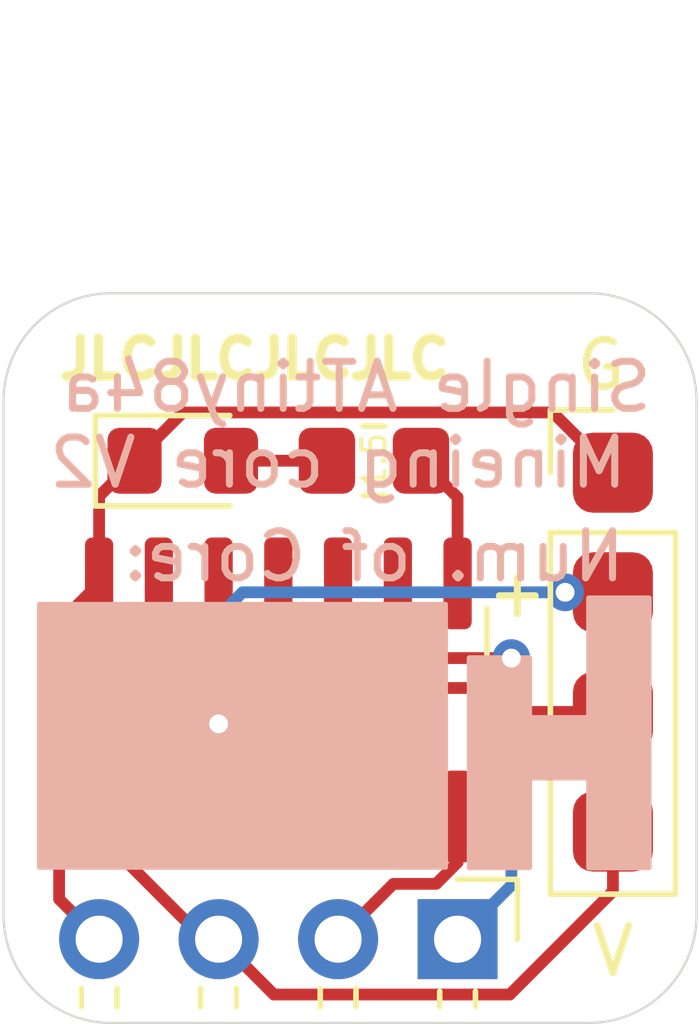
<source format=kicad_pcb>
(kicad_pcb (version 20211014) (generator pcbnew)
  (layers (0 "F.Cu" signal) (31 "B.Cu" signal) (34 "B.Paste" user) (35 "F.Paste" user) (36 "B.SilkS" user "B.Silkscreen") (37 "F.SilkS" user "F.Silkscreen") (38 "B.Mask" user) (39 "F.Mask" user) (44 "Edge.Cuts" user))
  (net 0 "")
  (net 1 "Net-(D1-Pad2)")
  (net 2 "GND")
  (net 3 "VCC")
  (net 4 "SDA")
  (net 5 "SCL")
  (net 6 "D-")
  (net 7 "D+")
  (net 8 "Net-(R1-Pad2)")
  (net 9 "Net-(U1-Pad13)")
  (net 10 "Net-(U1-Pad12)")
  (net 11 "Net-(U1-Pad11)")
  (net 12 "Net-(U1-Pad10)")
  (net 13 "Net-(U1-Pad6)")
  (net 14 "Net-(U1-Pad4)")
  (net 15 "Net-(U1-Pad5)")
  (footprint "Connector_PinHeader_2.54mm:PinHeader_1x04_P2.54mm_Horizontal" (layer "F.Cu") (at 108.4453 69.5706 -90)
    (fp_text reference "J1" hide)
    (fp_text value "Conn_To_PCB" hide)
    (fp_line (start 1.042929 4.7) (end 1.44 4.7) (layer "F.SilkS") (width 0.12))
    (fp_line (start 1.11 0.38) (end 1.44 0.38) (layer "F.SilkS") (width 0.12))
    (fp_line (start 1.042929 7.24) (end 1.44 7.24) (layer "F.SilkS") (width 0.12))
    (fp_line (start 1.042929 5.46) (end 1.44 5.46) (layer "F.SilkS") (width 0.12))
    (fp_line (start 1.042929 2.92) (end 1.44 2.92) (layer "F.SilkS") (width 0.12))
    (fp_line (start 1.042929 8) (end 1.44 8) (layer "F.SilkS") (width 0.12))
    (fp_line (start 1.042929 2.16) (end 1.44 2.16) (layer "F.SilkS") (width 0.12))
    (fp_line (start 1.11 -0.38) (end 1.44 -0.38) (layer "F.SilkS") (width 0.12))
    (fp_line (start -1.27 0) (end -1.27 -1.27) (layer "F.SilkS") (width 0.12))
    (fp_line (start -1.27 -1.27) (end 0 -1.27) (layer "F.SilkS") (width 0.12))
    (pad "1" thru_hole rect locked (at 0 0 270) (size 1.7 1.7) (drill 1) (layers *.Cu *.Mask) (net 5 "SCL"))
    (pad "2" thru_hole oval locked (at 0 2.54 270) (size 1.7 1.7) (drill 1) (layers *.Cu *.Mask) (net 4 "SDA"))
    (pad "3" thru_hole oval locked (at 0 5.08 270) (size 1.7 1.7) (drill 1) (layers *.Cu *.Mask) (net 3 "VCC"))
    (pad "4" thru_hole oval locked (at 0 7.62 270) (size 1.7 1.7) (drill 1) (layers *.Cu *.Mask) (net 2 "GND"))
  )
  (footprint "Package_SO:SOIC-14_3.9x8.7mm_P1.27mm" (layer "F.Cu") (at 104.6353 64.4906 90)
    (fp_text reference "U1" hide)
    (fp_text value "ATtiny84A-SSU")
    (fp_line (start 0 4.435) (end -1.95 4.435) (layer "F.SilkS") (width 0.12))
    (fp_line (start 0 -4.435) (end -3.45 -4.435) (layer "F.SilkS") (width 0.12))
    (fp_line (start 0 -4.435) (end 1.95 -4.435) (layer "F.SilkS") (width 0.12))
    (fp_line (start 0 4.435) (end 1.95 4.435) (layer "F.SilkS") (width 0.12))
    (pad "1" smd roundrect locked (at -2.475 -3.81 90) (size 1.95 0.6) (layers "F.Cu" "F.Paste" "F.Mask") (net 3 "VCC"))
    (pad "2" smd roundrect locked (at -2.475 -2.54 90) (size 1.95 0.6) (layers "F.Cu" "F.Paste" "F.Mask") (net 6 "D-"))
    (pad "3" smd roundrect locked (at -2.475 -1.27 90) (size 1.95 0.6) (layers "F.Cu" "F.Paste" "F.Mask") (net 7 "D+"))
    (pad "4" smd roundrect locked (at -2.475 0 90) (size 1.95 0.6) (layers "F.Cu" "F.Paste" "F.Mask") (net 14 "Net-(U1-Pad4)"))
    (pad "5" smd roundrect locked (at -2.475 1.27 90) (size 1.95 0.6) (layers "F.Cu" "F.Paste" "F.Mask") (net 15 "Net-(U1-Pad5)"))
    (pad "6" smd roundrect locked (at -2.475 2.54 90) (size 1.95 0.6) (layers "F.Cu" "F.Paste" "F.Mask") (net 13 "Net-(U1-Pad6)"))
    (pad "7" smd roundrect locked (at -2.475 3.81 90) (size 1.95 0.6) (layers "F.Cu" "F.Paste" "F.Mask") (net 4 "SDA"))
    (pad "8" smd roundrect locked (at 2.475 3.81 90) (size 1.95 0.6) (layers "F.Cu" "F.Paste" "F.Mask") (net 8 "Net-(R1-Pad2)"))
    (pad "9" smd roundrect locked (at 2.475 2.54 90) (size 1.95 0.6) (layers "F.Cu" "F.Paste" "F.Mask") (net 5 "SCL"))
    (pad "10" smd roundrect locked (at 2.475 1.27 90) (size 1.95 0.6) (layers "F.Cu" "F.Paste" "F.Mask") (net 12 "Net-(U1-Pad10)"))
    (pad "11" smd roundrect locked (at 2.475 0 90) (size 1.95 0.6) (layers "F.Cu" "F.Paste" "F.Mask") (net 11 "Net-(U1-Pad11)"))
    (pad "12" smd roundrect locked (at 2.475 -1.27 90) (size 1.95 0.6) (layers "F.Cu" "F.Paste" "F.Mask") (net 10 "Net-(U1-Pad12)"))
    (pad "13" smd roundrect locked (at 2.475 -2.54 90) (size 1.95 0.6) (layers "F.Cu" "F.Paste" "F.Mask") (net 9 "Net-(U1-Pad13)"))
    (pad "14" smd roundrect locked (at 2.475 -3.81 90) (size 1.95 0.6) (layers "F.Cu" "F.Paste" "F.Mask") (net 2 "GND"))
  )
  (footprint "LED_SMD:LED_0805_2012Metric_Pad1.15x1.40mm_HandSolder" (layer "F.Cu") (at 102.6033 59.4106)
    (fp_text reference "D1" hide)
    (fp_text value "LED")
    (fp_line (start -1.86 0.96) (end 1 0.96) (layer "F.SilkS") (width 0.12))
    (fp_line (start 1 -0.96) (end -1.86 -0.96) (layer "F.SilkS") (width 0.12))
    (fp_line (start -1.86 -0.96) (end -1.86 0.96) (layer "F.SilkS") (width 0.12))
    (pad "1" smd roundrect locked (at -1.025 0) (size 1.15 1.4) (layers "F.Cu" "F.Paste" "F.Mask") (roundrect_rratio 0.2173904348) (net 2 "GND"))
    (pad "2" smd roundrect locked (at 1.025 0) (size 1.15 1.4) (layers "F.Cu" "F.Paste" "F.Mask") (roundrect_rratio 0.2173904348) (net 1 "Net-(D1-Pad2)"))
  )
  (footprint "Resistor_SMD:R_0805_2012Metric_Pad1.20x1.40mm_HandSolder" (layer "F.Cu") (at 106.6673 59.4106)
    (fp_text reference "R1" hide)
    (fp_text value "1.5K")
    (fp_text user "1.5" (at 0 0 90) (layer "F.SilkS") (effects (font (size 0.5 0.5) (thickness 0.08))))
    (fp_line (start -0.227064 0.735) (end 0.227064 0.735) (layer "F.SilkS") (width 0.12))
    (fp_line (start -0.227064 -0.735) (end 0.227064 -0.735) (layer "F.SilkS") (width 0.12))
    (pad "1" smd roundrect locked (at -1 0) (size 1.2 1.4) (layers "F.Cu" "F.Paste" "F.Mask") (roundrect_rratio 0.2083325) (net 1 "Net-(D1-Pad2)"))
    (pad "2" smd roundrect locked (at 1 0) (size 1.2 1.4) (layers "F.Cu" "F.Paste" "F.Mask") (roundrect_rratio 0.2083325) (net 8 "Net-(R1-Pad2)"))
  )
  (footprint "Connector_PinHeader_2.54mm:PinHeader_1x04_P2.54mm_Vertical" (layer "F.Cu") (at 111.7473 59.6646)
    (fp_text reference "J2" hide)
    (fp_text value "Conn_USB" hide)
    (fp_line (start -1.33 8.95) (end 1.33 8.95) (layer "F.SilkS") (width 0.12))
    (fp_line (start 1.33 1.27) (end 1.33 8.95) (layer "F.SilkS") (width 0.12))
    (fp_line (start -1.33 -1.33) (end 0 -1.33) (layer "F.SilkS") (width 0.12))
    (fp_line (start -1.33 0) (end -1.33 -1.33) (layer "F.SilkS") (width 0.12))
    (fp_line (start -1.33 1.27) (end 1.33 1.27) (layer "F.SilkS") (width 0.12))
    (fp_line (start -1.33 1.27) (end -1.33 8.95) (layer "F.SilkS") (width 0.12))
    (pad "1" smd roundrect locked (at 0 0) (size 1.7 1.7) (layers "F.Cu" "F.Paste" "F.Mask") (net 2 "GND"))
    (pad "2" smd roundrect locked (at 0 2.54) (size 1.7 1.7) (layers "F.Cu" "F.Paste" "F.Mask") (net 7 "D+"))
    (pad "3" smd roundrect locked (at 0 5.08) (size 1.7 1.7) (layers "F.Cu" "F.Paste" "F.Mask") (net 6 "D-"))
    (pad "4" smd roundrect locked (at 0 7.62) (size 1.7 1.7) (layers "F.Cu" "F.Paste" "F.Mask") (net 3 "VCC"))
  )
  (footprint "LOGO:Ham_LOGO" (layer "B.Cu") (at 108.6993 61.6966 180)
    (fp_text reference "REF**" hide)
    (fp_text value "LOGO" hide)
    (fp_line (start 0 -6.35) (end -1.27 -6.35) (layer "B.SilkS") (width 0.12))
    (fp_line (start -1.27 -1.905) (end 0 -1.905) (layer "B.SilkS") (width 0.12))
    (fp_line (start 0 -1.905) (end 0 -3.175) (layer "B.SilkS") (width 0.12))
    (fp_line (start -2.54 -5.08) (end -2.54 -6.35) (layer "B.SilkS") (width 0.12))
    (fp_line (start -2.54 -0.635) (end -2.54 -3.175) (layer "B.SilkS") (width 0.12))
    (fp_line (start -2.54 -4.445) (end -2.54 -5.08) (layer "B.SilkS") (width 0.12))
    (fp_line (start 0 -3.175) (end 0 -6.35) (layer "B.SilkS") (width 0.12))
    (fp_line (start -1.27 -6.35) (end -1.27 -5.08) (layer "B.SilkS") (width 0.12))
    (fp_line (start -2.54 -4.445) (end -1.27 -4.445) (layer "B.SilkS") (width 0.12))
    (fp_line (start -1.27 -4.445) (end -1.27 -5.08) (layer "B.SilkS") (width 0.12))
    (fp_line (start -1.27 -3.175) (end -1.27 -1.905) (layer "B.SilkS") (width 0.12))
    (fp_line (start -3.81 -6.35) (end -3.81 -0.635) (layer "B.SilkS") (width 0.12))
    (fp_line (start -3.81 -0.635) (end -2.54 -0.635) (layer "B.SilkS") (width 0.12))
    (fp_line (start -2.54 -6.35) (end -3.81 -6.35) (layer "B.SilkS") (width 0.12))
    (fp_line (start -2.54 -3.175) (end -1.27 -3.175) (layer "B.SilkS") (width 0.12))
    (fp_poly (pts (xy -1.27 -4.445) (xy -2.54 -4.445) (xy -2.54 -3.175) (xy -1.27 -3.175)) (layer "B.SilkS") (width 0.1) (fill solid))
    (fp_poly (pts (xy 0 -6.35) (xy -1.27 -6.35) (xy -1.27 -1.905) (xy 0 -1.905)) (layer "B.SilkS") (width 0.1) (fill solid))
    (fp_poly (pts (xy -2.54 -6.35) (xy -3.81 -6.35) (xy -3.81 -0.635) (xy -2.54 -0.635)) (layer "B.SilkS") (width 0.1) (fill solid))
  )
  (gr_poly (pts (xy 108.1913 68.0466) (xy 99.5553 68.0466) (xy 99.5553 62.4586) (xy 108.1913 62.4586)) (layer "B.SilkS") (width 0.1) (fill solid))
  (gr_arc (start 101.0793 71.3486) (mid 99.462854 70.679046) (end 98.7933 69.0626) (layer "Edge.Cuts") (width 0.05))
  (gr_line (start 98.7933 58.1406) (end 98.7933 69.0626) (layer "Edge.Cuts") (width 0.05))
  (gr_line (start 111.2393 55.8546) (end 101.0793 55.8546) (layer "Edge.Cuts") (width 0.05))
  (gr_arc (start 111.2393 55.8546) (mid 112.855746 56.524154) (end 113.5253 58.1406) (layer "Edge.Cuts") (width 0.05))
  (gr_arc (start 113.5253 69.0626) (mid 112.855746 70.679046) (end 111.2393 71.3486) (layer "Edge.Cuts") (width 0.05))
  (gr_arc (start 98.7933 58.1406) (mid 99.462854 56.524154) (end 101.0793 55.8546) (layer "Edge.Cuts") (width 0.05))
  (gr_line (start 111.2393 71.3486) (end 101.0793 71.3486) (layer "Edge.Cuts") (width 0.05))
  (gr_line (start 113.5253 58.1406) (end 113.5253 69.0626) (layer "Edge.Cuts") (width 0.05))
  (gr_text "Single ATtiny84a \nMineing core V2" (at 105.9053 58.6486) (layer "B.SilkS") (effects (font (size 1 1)) (justify mirror)))
  (gr_text "Num. of Core:" (at 106.6673 61.4426) (layer "B.SilkS") (effects (font (size 1 1)) (justify mirror)))
  (gr_text "V" (at 111.7473 69.8246) (layer "F.SilkS") (effects (font (size 1 1))))
  (gr_text "-" (at 109.7153 64.9986) (layer "F.SilkS") (effects (font (size 1 1))))
  (gr_text "+" (at 109.7153 62.2046) (layer "F.SilkS") (effects (font (size 1 1))))
  (gr_text "G" (at 111.4933 57.3786) (layer "F.SilkS") (effects (font (size 1 1))))
  (gr_text "JLCJLCJLCJLC" (at 104.1273 57.2516) (layer "F.SilkS") (effects (font (size 0.8 0.8) (thickness 0.2))))
  (segment (start 103.6283 59.4106) (end 105.6673 59.4106) (width 0.25) (layer "F.Cu") (net 1))
  (segment (start 99.975301 62.865599) (end 100.8253 62.0156) (width 0.25) (layer "F.Cu") (net 2))
  (segment (start 99.975301 68.720601) (end 99.975301 62.865599) (width 0.25) (layer "F.Cu") (net 2))
  (segment (start 111.7473 59.6646) (end 110.46829 58.38559) (width 0.25) (layer "F.Cu") (net 2))
  (segment (start 101.5783 59.4106) (end 100.8253 60.1636) (width 0.25) (layer "F.Cu") (net 2))
  (segment (start 100.8253 60.1636) (end 100.8253 62.0156) (width 0.25) (layer "F.Cu") (net 2))
  (segment (start 100.8253 69.5706) (end 99.975301 68.720601) (width 0.25) (layer "F.Cu") (net 2))
  (segment (start 110.46829 58.38559) (end 102.60331 58.38559) (width 0.25) (layer "F.Cu") (net 2))
  (segment (start 102.60331 58.38559) (end 101.5783 59.4106) (width 0.25) (layer "F.Cu") (net 2))
  (segment (start 100.8253 67.342368) (end 103.053532 69.5706) (width 0.25) (layer "F.Cu") (net 3))
  (segment (start 109.555301 70.745601) (end 111.7473 68.553602) (width 0.25) (layer "F.Cu") (net 3))
  (segment (start 111.7473 68.553602) (end 111.7473 67.2846) (width 0.25) (layer "F.Cu") (net 3))
  (segment (start 104.540301 70.745601) (end 109.555301 70.745601) (width 0.25) (layer "F.Cu") (net 3))
  (segment (start 100.8253 66.9656) (end 100.8253 67.342368) (width 0.25) (layer "F.Cu") (net 3))
  (segment (start 103.3653 69.5706) (end 104.540301 70.745601) (width 0.25) (layer "F.Cu") (net 3))
  (segment (start 103.053532 69.5706) (end 103.3653 69.5706) (width 0.25) (layer "F.Cu") (net 3))
  (segment (start 108.4453 67.9406) (end 108.4453 66.9656) (width 0.25) (layer "F.Cu") (net 4))
  (segment (start 105.9053 69.5706) (end 107.080301 68.395599) (width 0.25) (layer "F.Cu") (net 4))
  (segment (start 107.990301 68.395599) (end 108.4453 67.9406) (width 0.25) (layer "F.Cu") (net 4))
  (segment (start 107.080301 68.395599) (end 107.990301 68.395599) (width 0.25) (layer "F.Cu") (net 4))
  (segment (start 108.133532 69.5706) (end 108.4453 69.5706) (width 0.25) (layer "F.Cu") (net 5))
  (segment (start 107.1753 62.9906) (end 107.7863 63.6016) (width 0.25) (layer "F.Cu") (net 5))
  (segment (start 107.1753 62.0156) (end 107.1753 62.9906) (width 0.25) (layer "F.Cu") (net 5))
  (segment (start 107.7863 63.6016) (end 109.5883 63.6016) (width 0.25) (layer "F.Cu") (net 5))
  (via (at 109.5883 63.6016) (size 0.8) (drill 0.4) (layers "F.Cu" "B.Cu") (net 5))
  (segment (start 109.5883 63.6016) (end 109.5883 68.4276) (width 0.25) (layer "B.Cu") (net 5))
  (segment (start 109.5883 68.4276) (end 108.4453 69.5706) (width 0.25) (layer "B.Cu") (net 5))
  (segment (start 102.0953 66.9656) (end 102.0953 65.9906) (width 0.25) (layer "F.Cu") (net 6))
  (segment (start 102.0953 66.9656) (end 102.0953 64.9986) (width 0.25) (layer "F.Cu") (net 6))
  (segment (start 102.8573 64.2366) (end 108.9533 64.2366) (width 0.25) (layer "F.Cu") (net 6))
  (segment (start 109.4613 64.7446) (end 111.7473 64.7446) (width 0.25) (layer "F.Cu") (net 6))
  (segment (start 108.9533 64.2366) (end 109.4613 64.7446) (width 0.25) (layer "F.Cu") (net 6))
  (segment (start 102.0953 64.9986) (end 102.8573 64.2366) (width 0.25) (layer "F.Cu") (net 6))
  (segment (start 103.3653 64.9986) (end 103.3653 66.9656) (width 0.25) (layer "F.Cu") (net 7))
  (segment (start 111.7473 62.2046) (end 110.7313 62.2046) (width 0.25) (layer "F.Cu") (net 7))
  (via (at 103.3653 64.9986) (size 0.8) (drill 0.4) (layers "F.Cu" "B.Cu") (net 7))
  (via (at 110.7313 62.2046) (size 0.8) (drill 0.4) (layers "F.Cu" "B.Cu") (net 7))
  (segment (start 110.7313 62.2046) (end 103.8733 62.2046) (width 0.25) (layer "B.Cu") (net 7))
  (segment (start 103.8733 62.2046) (end 103.3653 62.7126) (width 0.25) (layer "B.Cu") (net 7))
  (segment (start 103.3653 62.7126) (end 103.3653 64.9986) (width 0.25) (layer "B.Cu") (net 7))
  (segment (start 107.6673 59.4106) (end 108.4453 60.1886) (width 0.25) (layer "F.Cu") (net 8))
  (segment (start 108.4453 60.1886) (end 108.4453 62.0156) (width 0.25) (layer "F.Cu") (net 8))
  (segment (start 105.9053 66.9656) (end 105.9053 67.342368) (width 0.25) (layer "F.Cu") (net 15))
)
</source>
